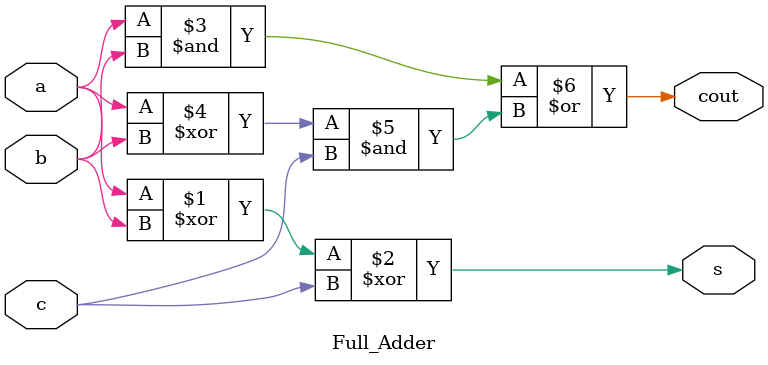
<source format=v>


`timescale 1ns / 1ps
module Full_Adder(
input a, b, c,
output s, cout
    );
    assign s = (a^b)^c;
    assign cout = (a & b) | ((a ^ b) & c);
endmodule

</source>
